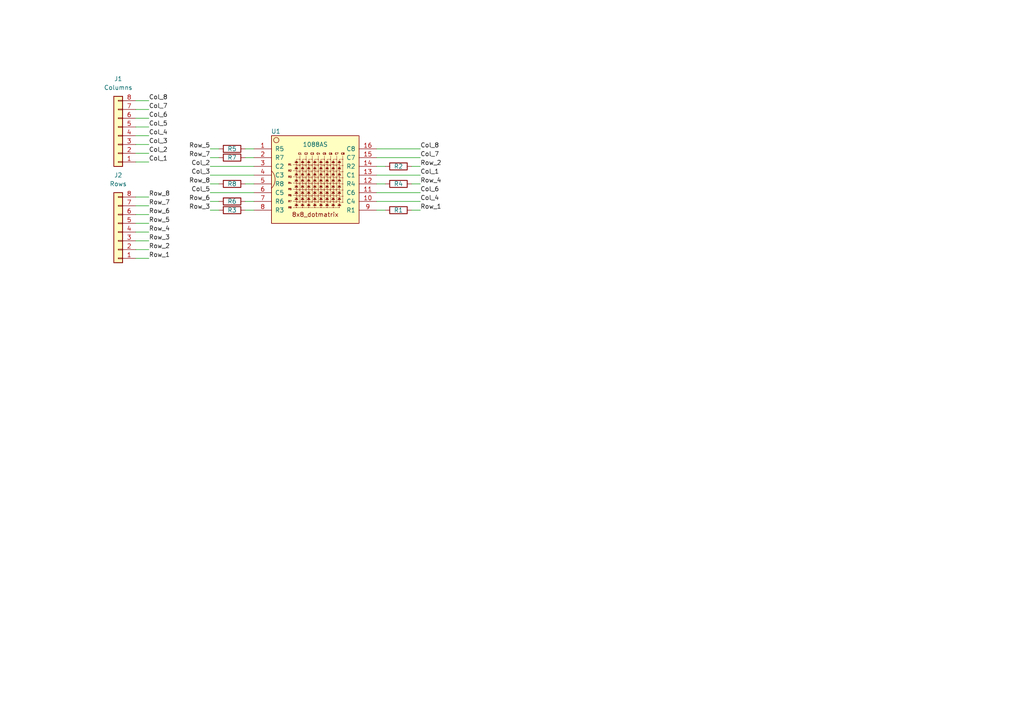
<source format=kicad_sch>
(kicad_sch (version 20230121) (generator eeschema)
  (paper "A4")
  (lib_symbols
    (symbol "Connector_Generic:Conn_01x08" (pin_names (offset 1.016) hide)
      (property "Reference" "J" (at 0 10.16 0))
      (property "Value" "Conn_01x08" (at 0 -12.7 0))
      (symbol "Conn_01x08_1_1"
        (rectangle (start -1.27 -10.033) (end 0 -10.287) (stroke (width 0.1524)))
        (rectangle (start -1.27 -7.493) (end 0 -7.747) (stroke (width 0.1524)))
        (rectangle (start -1.27 -4.953) (end 0 -5.207) (stroke (width 0.1524)))
        (rectangle (start -1.27 -2.413) (end 0 -2.667) (stroke (width 0.1524)))
        (rectangle (start -1.27 0.127) (end 0 -0.127) (stroke (width 0.1524)))
        (rectangle (start -1.27 2.667) (end 0 2.413) (stroke (width 0.1524)))
        (rectangle (start -1.27 5.207) (end 0 4.953) (stroke (width 0.1524)))
        (rectangle (start -1.27 7.747) (end 0 7.493) (stroke (width 0.1524)))
        (rectangle (start -1.27 8.89) (end 1.27 -11.43) (stroke (width 0.254)) (fill (type background)))
        (pin passive line (at -5.08 7.62 0) (length 3.81) (name "Pin_1") (number "1"))
        (pin passive line (at -5.08 5.08 0) (length 3.81) (name "Pin_2") (number "2"))
        (pin passive line (at -5.08 2.54 0) (length 3.81) (name "Pin_3") (number "3"))
        (pin passive line (at -5.08 0 0) (length 3.81) (name "Pin_4") (number "4"))
        (pin passive line (at -5.08 -2.54 0) (length 3.81) (name "Pin_5") (number "5"))
        (pin passive line (at -5.08 -5.08 0) (length 3.81) (name "Pin_6") (number "6"))
        (pin passive line (at -5.08 -7.62 0) (length 3.81) (name "Pin_7") (number "7"))
        (pin passive line (at -5.08 -10.16 0) (length 3.81) (name "Pin_8") (number "8"))
      )
    )
    (symbol "Device:R" (pin_numbers hide) (pin_names (offset 0))
      (property "Reference" "R" (at 2.032 0 90))
      (property "Value" "R" (at 0 0 90))
      (symbol "R_0_1"
        (rectangle (start -1.016 -2.54) (end 1.016 2.54) (stroke (width 0.254)))
      )
      (symbol "R_1_1"
        (pin passive line (at 0 3.81 270) (length 1.27) (name "~") (number "1"))
        (pin passive line (at 0 -3.81 90) (length 1.27) (name "~") (number "2"))
      )
    )
    (symbol "LED_1088as:1088AS" (pin_names (offset 1.016))
      (property "Reference" "U1" (at 0 17.78 0))
      (property "Value" "1088AS" (at 0 15.24 0))
      (symbol "1088AS_0_0"
        (rectangle (start 12.7 12.7) (end -12.7 -12.7) (stroke (width 0.2032)) (fill (type background)))
        (text "8x8_dotmatrix" (at 0 -10.16 0) (effects (font (size 1.27 1.27))))
      )
      (symbol "1088AS_0_1"
        (arc (start -12.7 -2.54) (mid -11.6479 0) (end -12.7 2.54))
        (circle (center -11.303 11.43) (radius 0.762))
      )
      (symbol "1088AS_1_1"
        (circle (center -5.461 -8.128) (radius 0.0762) (stroke (width 0.0508)) (fill (type outline)))
        (circle (center -5.461 -6.35) (radius 0.0762) (stroke (width 0.0508)) (fill (type outline)))
        (circle (center -5.461 -4.572) (radius 0.0762) (stroke (width 0.0508)) (fill (type outline)))
        (circle (center -5.461 -2.794) (radius 0.0762) (stroke (width 0.0508)) (fill (type outline)))
        (circle (center -5.461 -1.016) (radius 0.0762) (stroke (width 0.0508)) (fill (type outline)))
        (circle (center -5.461 0.762) (radius 0.0762) (stroke (width 0.0508)) (fill (type outline)))
        (circle (center -5.461 2.54) (radius 0.0762) (stroke (width 0.0508)) (fill (type outline)))
        (circle (center -5.461 4.318) (radius 0.0762) (stroke (width 0.0508)) (fill (type outline)))
        (circle (center -4.445 -6.604) (radius 0.0762) (stroke (width 0.0508)) (fill (type outline)))
        (circle (center -4.445 -4.826) (radius 0.0762) (stroke (width 0.0508)) (fill (type outline)))
        (circle (center -4.445 -3.048) (radius 0.0762) (stroke (width 0.0508)) (fill (type outline)))
        (circle (center -4.445 -1.27) (radius 0.0762) (stroke (width 0.0508)) (fill (type outline)))
        (circle (center -4.445 0.508) (radius 0.0762) (stroke (width 0.0508)) (fill (type outline)))
        (circle (center -4.445 2.286) (radius 0.0762) (stroke (width 0.0508)) (fill (type outline)))
        (circle (center -4.445 4.064) (radius 0.0762) (stroke (width 0.0508)) (fill (type outline)))
        (circle (center -4.445 5.842) (radius 0.0762) (stroke (width 0.0508)) (fill (type outline)))
        (circle (center -3.683 -8.128) (radius 0.0762) (stroke (width 0.0508)) (fill (type outline)))
        (circle (center -3.683 -6.35) (radius 0.0762) (stroke (width 0.0508)) (fill (type outline)))
        (circle (center -3.683 -4.572) (radius 0.0762) (stroke (width 0.0508)) (fill (type outline)))
        (circle (center -3.683 -2.794) (radius 0.0762) (stroke (width 0.0508)) (fill (type outline)))
        (circle (center -3.683 -1.016) (radius 0.0762) (stroke (width 0.0508)) (fill (type outline)))
        (circle (center -3.683 0.762) (radius 0.0762) (stroke (width 0.0508)) (fill (type outline)))
        (circle (center -3.683 2.54) (radius 0.0762) (stroke (width 0.0508)) (fill (type outline)))
        (circle (center -3.683 4.318) (radius 0.0762) (stroke (width 0.0508)) (fill (type outline)))
        (circle (center -2.667 -6.604) (radius 0.0762) (stroke (width 0.0508)) (fill (type outline)))
        (circle (center -2.667 -4.826) (radius 0.0762) (stroke (width 0.0508)) (fill (type outline)))
        (circle (center -2.667 -3.048) (radius 0.0762) (stroke (width 0.0508)) (fill (type outline)))
        (circle (center -2.667 -1.27) (radius 0.0762) (stroke (width 0.0508)) (fill (type outline)))
        (circle (center -2.667 0.508) (radius 0.0762) (stroke (width 0.0508)) (fill (type outline)))
        (circle (center -2.667 2.286) (radius 0.0762) (stroke (width 0.0508)) (fill (type outline)))
        (circle (center -2.667 4.064) (radius 0.0762) (stroke (width 0.0508)) (fill (type outline)))
        (circle (center -2.667 5.842) (radius 0.0762) (stroke (width 0.0508)) (fill (type outline)))
        (circle (center -1.905 -8.128) (radius 0.0762) (stroke (width 0.0508)) (fill (type outline)))
        (circle (center -1.905 -6.35) (radius 0.0762) (stroke (width 0.0508)) (fill (type outline)))
        (circle (center -1.905 -4.572) (radius 0.0762) (stroke (width 0.0508)) (fill (type outline)))
        (circle (center -1.905 -2.794) (radius 0.0762) (stroke (width 0.0508)) (fill (type outline)))
        (circle (center -1.905 -1.016) (radius 0.0762) (stroke (width 0.0508)) (fill (type outline)))
        (circle (center -1.905 0.762) (radius 0.0762) (stroke (width 0.0508)) (fill (type outline)))
        (circle (center -1.905 2.54) (radius 0.0762) (stroke (width 0.0508)) (fill (type outline)))
        (circle (center -1.905 4.318) (radius 0.0762) (stroke (width 0.0508)) (fill (type outline)))
        (circle (center -0.889 -6.604) (radius 0.0762) (stroke (width 0.0508)) (fill (type outline)))
        (circle (center -0.889 -4.826) (radius 0.0762) (stroke (width 0.0508)) (fill (type outline)))
        (circle (center -0.889 -3.048) (radius 0.0762) (stroke (width 0.0508)) (fill (type outline)))
        (circle (center -0.889 -1.27) (radius 0.0762) (stroke (width 0.0508)) (fill (type outline)))
        (circle (center -0.889 0.508) (radius 0.0762) (stroke (width 0.0508)) (fill (type outline)))
        (circle (center -0.889 2.286) (radius 0.0762) (stroke (width 0.0508)) (fill (type outline)))
        (circle (center -0.889 4.064) (radius 0.0762) (stroke (width 0.0508)) (fill (type outline)))
        (circle (center -0.889 5.842) (radius 0.0762) (stroke (width 0.0508)) (fill (type outline)))
        (circle (center -0.127 -8.128) (radius 0.0762) (stroke (width 0.0508)) (fill (type outline)))
        (circle (center -0.127 -6.35) (radius 0.0762) (stroke (width 0.0508)) (fill (type outline)))
        (circle (center -0.127 -4.572) (radius 0.0762) (stroke (width 0.0508)) (fill (type outline)))
        (circle (center -0.127 -2.794) (radius 0.0762) (stroke (width 0.0508)) (fill (type outline)))
        (circle (center -0.127 -1.016) (radius 0.0762) (stroke (width 0.0508)) (fill (type outline)))
        (circle (center -0.127 0.762) (radius 0.0762) (stroke (width 0.0508)) (fill (type outline)))
        (circle (center -0.127 2.54) (radius 0.0762) (stroke (width 0.0508)) (fill (type outline)))
        (circle (center -0.127 4.318) (radius 0.0762) (stroke (width 0.0508)) (fill (type outline)))
        (polyline (pts (xy -6.477 -4.572) (xy 6.985 -4.572)) (stroke (width 0.0508)))
        (polyline (pts (xy -5.461 -7.62) (xy -5.461 -8.128)) (stroke (width 0.0508)))
        (polyline (pts (xy -5.461 -7.112) (xy -5.461 -6.604)) (stroke (width 0.0508)))
        (polyline (pts (xy -5.461 -6.604) (xy -4.445 -6.604)) (stroke (width 0.0508)))
        (polyline (pts (xy -5.461 -5.842) (xy -5.461 -6.35)) (stroke (width 0.0508)))
        (polyline (pts (xy -5.461 -5.334) (xy -5.461 -4.826)) (stroke (width 0.0508)))
        (polyline (pts (xy -5.461 -4.826) (xy -4.445 -4.826)) (stroke (width 0.0508)))
        (polyline (pts (xy -5.461 -4.064) (xy -5.461 -4.572)) (stroke (width 0.0508)))
        (polyline (pts (xy -5.461 -3.556) (xy -5.461 -3.048)) (stroke (width 0.0508)))
        (polyline (pts (xy -5.461 -3.048) (xy -4.445 -3.048)) (stroke (width 0.0508)))
        (polyline (pts (xy -5.461 -2.286) (xy -5.461 -2.794)) (stroke (width 0.0508)))
        (polyline (pts (xy -5.461 -1.778) (xy -5.461 -1.27)) (stroke (width 0.0508)))
        (polyline (pts (xy -5.461 -1.27) (xy -4.445 -1.27)) (stroke (width 0.0508)))
        (polyline (pts (xy -5.461 -0.508) (xy -5.461 -1.016)) (stroke (width 0.0508)))
        (polyline (pts (xy -5.461 0) (xy -5.461 0.508)) (stroke (width 0.0508)))
        (polyline (pts (xy -5.461 0.508) (xy -4.445 0.508)) (stroke (width 0.0508)))
        (polyline (pts (xy -5.461 1.27) (xy -5.461 0.762)) (stroke (width 0.0508)))
        (polyline (pts (xy -5.461 1.778) (xy -5.461 2.286)) (stroke (width 0.0508)))
        (polyline (pts (xy -5.461 2.286) (xy -4.445 2.286)) (stroke (width 0.0508)))
        (polyline (pts (xy -5.461 3.048) (xy -5.461 2.54)) (stroke (width 0.0508)))
        (polyline (pts (xy -5.461 3.556) (xy -5.461 4.064)) (stroke (width 0.0508)))
        (polyline (pts (xy -5.461 4.064) (xy -4.445 4.064)) (stroke (width 0.0508)))
        (polyline (pts (xy -5.461 4.826) (xy -5.461 4.318)) (stroke (width 0.0508)))
        (polyline (pts (xy -5.461 5.334) (xy -5.461 5.842)) (stroke (width 0.0508)))
        (polyline (pts (xy -5.461 5.842) (xy -4.445 5.842)) (stroke (width 0.0508)))
        (polyline (pts (xy -4.953 -7.112) (xy -5.969 -7.112)) (stroke (width 0.0508)))
        (polyline (pts (xy -4.953 -5.334) (xy -5.969 -5.334)) (stroke (width 0.0508)))
        (polyline (pts (xy -4.953 -3.556) (xy -5.969 -3.556)) (stroke (width 0.0508)))
        (polyline (pts (xy -4.953 -1.778) (xy -5.969 -1.778)) (stroke (width 0.0508)))
        (polyline (pts (xy -4.953 0) (xy -5.969 0)) (stroke (width 0.0508)))
        (polyline (pts (xy -4.953 1.778) (xy -5.969 1.778)) (stroke (width 0.0508)))
        (polyline (pts (xy -4.953 3.556) (xy -5.969 3.556)) (stroke (width 0.0508)))
        (polyline (pts (xy -4.953 5.334) (xy -5.969 5.334)) (stroke (width 0.0508)))
        (polyline (pts (xy -4.445 6.858) (xy -4.445 -6.604)) (stroke (width 0.0508)))
        (polyline (pts (xy -3.683 -7.62) (xy -3.683 -8.128)) (stroke (width 0.0508)))
        (polyline (pts (xy -3.683 -7.112) (xy -3.683 -6.604)) (stroke (width 0.0508)))
        (polyline (pts (xy -3.683 -6.604) (xy -2.667 -6.604)) (stroke (width 0.0508)))
        (polyline (pts (xy -3.683 -5.842) (xy -3.683 -6.35)) (stroke (width 0.0508)))
        (polyline (pts (xy -3.683 -5.334) (xy -3.683 -4.826)) (stroke (width 0.0508)))
        (polyline (pts (xy -3.683 -4.826) (xy -2.667 -4.826)) (stroke (width 0.0508)))
        (polyline (pts (xy -3.683 -4.064) (xy -3.683 -4.572)) (stroke (width 0.0508)))
        (polyline (pts (xy -3.683 -3.556) (xy -3.683 -3.048)) (stroke (width 0.0508)))
        (polyline (pts (xy -3.683 -3.048) (xy -2.667 -3.048)) (stroke (width 0.0508)))
        (polyline (pts (xy -3.683 -2.286) (xy -3.683 -2.794)) (stroke (width 0.0508)))
        (polyline (pts (xy -3.683 -1.778) (xy -3.683 -1.27)) (stroke (width 0.0508)))
        (polyline (pts (xy -3.683 -1.27) (xy -2.667 -1.27)) (stroke (width 0.0508)))
        (polyline (pts (xy -3.683 -0.508) (xy -3.683 -1.016)) (stroke (width 0.0508)))
        (polyline (pts (xy -3.683 0) (xy -3.683 0.508)) (stroke (width 0.0508)))
        (polyline (pts (xy -3.683 0.508) (xy -2.667 0.508)) (stroke (width 0.0508)))
        (polyline (pts (xy -3.683 1.27) (xy -3.683 0.762)) (stroke (width 0.0508)))
        (polyline (pts (xy -3.683 1.778) (xy -3.683 2.286)) (stroke (width 0.0508)))
        (polyline (pts (xy -3.683 2.286) (xy -2.667 2.286)) (stroke (width 0.0508)))
        (polyline (pts (xy -3.683 3.048) (xy -3.683 2.54)) (stroke (width 0.0508)))
        (polyline (pts (xy -3.683 3.556) (xy -3.683 4.064)) (stroke (width 0.0508)))
        (polyline (pts (xy -3.683 4.064) (xy -2.667 4.064)) (stroke (width 0.0508)))
        (polyline (pts (xy -3.683 4.826) (xy -3.683 4.318)) (stroke (width 0.0508)))
        (polyline (pts (xy -3.683 5.334) (xy -3.683 5.842)) (stroke (width 0.0508)))
        (polyline (pts (xy -3.683 5.842) (xy -2.667 5.842)) (stroke (width 0.0508)))
        (polyline (pts (xy -3.175 -7.112) (xy -4.191 -7.112)) (stroke (width 0.0508)))
        (polyline (pts (xy -3.175 -5.334) (xy -4.191 -5.334)) (stroke (width 0.0508)))
        (polyline (pts (xy -3.175 -3.556) (xy -4.191 -3.556)) (stroke (width 0.0508)))
        (polyline (pts (xy -3.175 -1.778) (xy -4.191 -1.778)) (stroke (width 0.0508)))
        (polyline (pts (xy -3.175 0) (xy -4.191 0)) (stroke (width 0.0508)))
        (polyline (pts (xy -3.175 1.778) (xy -4.191 1.778)) (stroke (width 0.0508)))
        (polyline (pts (xy -3.175 3.556) (xy -4.191 3.556)) (stroke (width 0.0508)))
        (polyline (pts (xy -3.175 5.334) (xy -4.191 5.334)) (stroke (width 0.0508)))
        (polyline (pts (xy -2.667 6.858) (xy -2.667 -6.604)) (stroke (width 0.0508)))
        (polyline (pts (xy -1.905 -7.62) (xy -1.905 -8.128)) (stroke (width 0.0508)))
        (polyline (pts (xy -1.905 -7.112) (xy -1.905 -6.604)) (stroke (width 0.0508)))
        (polyline (pts (xy -1.905 -6.604) (xy -0.889 -6.604)) (stroke (width 0.0508)))
        (polyline (pts (xy -1.905 -5.842) (xy -1.905 -6.35)) (stroke (width 0.0508)))
        (polyline (pts (xy -1.905 -5.334) (xy -1.905 -4.826)) (stroke (width 0.0508)))
        (polyline (pts (xy -1.905 -4.826) (xy -0.889 -4.826)) (stroke (width 0.0508)))
        (polyline (pts (xy -1.905 -4.064) (xy -1.905 -4.572)) (stroke (width 0.0508)))
        (polyline (pts (xy -1.905 -3.556) (xy -1.905 -3.048)) (stroke (width 0.0508)))
        (polyline (pts (xy -1.905 -3.048) (xy -0.889 -3.048)) (stroke (width 0.0508)))
        (polyline (pts (xy -1.905 -2.286) (xy -1.905 -2.794)) (stroke (width 0.0508)))
        (polyline (pts (xy -1.905 -1.778) (xy -1.905 -1.27)) (stroke (width 0.0508)))
        (polyline (pts (xy -1.905 -1.27) (xy -0.889 -1.27)) (stroke (width 0.0508)))
        (polyline (pts (xy -1.905 -0.508) (xy -1.905 -1.016)) (stroke (width 0.0508)))
        (polyline (pts (xy -1.905 0) (xy -1.905 0.508)) (stroke (width 0.0508)))
        (polyline (pts (xy -1.905 0.508) (xy -0.889 0.508)) (stroke (width 0.0508)))
        (polyline (pts (xy -1.905 1.27) (xy -1.905 0.762)) (stroke (width 0.0508)))
        (polyline (pts (xy -1.905 1.778) (xy -1.905 2.286)) (stroke (width 0.0508)))
        (polyline (pts (xy -1.905 2.286) (xy -0.889 2.286)) (stroke (width 0.0508)))
        (polyline (pts (xy -1.905 3.048) (xy -1.905 2.54)) (stroke (width 0.0508)))
        (polyline (pts (xy -1.905 3.556) (xy -1.905 4.064)) (stroke (width 0.0508)))
        (polyline (pts (xy -1.905 4.064) (xy -0.889 4.064)) (stroke (width 0.0508)))
        (polyline (pts (xy -1.905 4.826) (xy -1.905 4.318)) (stroke (width 0.0508)))
        (polyline (pts (xy -1.905 5.334) (xy -1.905 5.842)) (stroke (width 0.0508)))
        (polyline (pts (xy -1.905 5.842) (xy -0.889 5.842)) (stroke (width 0.0508)))
        (polyline (pts (xy -1.397 -7.112) (xy -2.413 -7.112)) (stroke (width 0.0508)))
        (polyline (pts (xy -1.397 -5.334) (xy -2.413 -5.334)) (stroke (width 0.0508)))
        (polyline (pts (xy -1.397 -3.556) (xy -2.413 -3.556)) (stroke (width 0.0508)))
        (polyline (pts (xy -1.397 -1.778) (xy -2.413 -1.778)) (stroke (width 0.0508)))
        (polyline (pts (xy -1.397 0) (xy -2.413 0)) (stroke (width 0.0508)))
        (polyline (pts (xy -1.397 1.778) (xy -2.413 1.778)) (stroke (width 0.0508)))
        (polyline (pts (xy -1.397 3.556) (xy -2.413 3.556)) (stroke (width 0.0508)))
        (polyline (pts (xy -1.397 5.334) (xy -2.413 5.334)) (stroke (width 0.0508)))
        (polyline (pts (xy -0.889 6.858) (xy -0.889 -6.604)) (stroke (width 0.0508)))
        (polyline (pts (xy -0.127 -7.62) (xy -0.127 -8.128)) (stroke (width 0.0508)))
        (polyline (pts (xy -0.127 -7.112) (xy -0.127 -6.604)) (stroke (width 0.0508)))
        (polyline (pts (xy -0.127 -6.604) (xy 0.889 -6.604)) (stroke (width 0.0508)))
        (polyline (pts (xy -0.127 -5.842) (xy -0.127 -6.35)) (stroke (width 0.0508)))
        (polyline (pts (xy -0.127 -5.334) (xy -0.127 -4.826)) (stroke (width 0.0508)))
        (polyline (pts (xy -0.127 -4.826) (xy 0.889 -4.826)) (stroke (width 0.0508)))
        (polyline (pts (xy -0.127 -4.064) (xy -0.127 -4.572)) (stroke (width 0.0508)))
        (polyline (pts (xy -0.127 -3.556) (xy -0.127 -3.048)) (stroke (width 0.0508)))
        (polyline (pts (xy -0.127 -3.048) (xy 0.889 -3.048)) (stroke (width 0.0508)))
        (polyline (pts (xy -0.127 -2.286) (xy -0.127 -2.794)) (stroke (width 0.0508)))
        (polyline (pts (xy -0.127 -1.778) (xy -0.127 -1.27)) (stroke (width 0.0508)))
        (polyline (pts (xy -0.127 -1.27) (xy 0.889 -1.27)) (stroke (width 0.0508)))
        (polyline (pts (xy -0.127 -0.508) (xy -0.127 -1.016)) (stroke (width 0.0508)))
        (polyline (pts (xy -0.127 0) (xy -0.127 0.508)) (stroke (width 0.0508)))
        (polyline (pts (xy -0.127 0.508) (xy 0.889 0.508)) (stroke (width 0.0508)))
        (polyline (pts (xy -0.127 1.27) (xy -0.127 0.762)) (stroke (width 0.0508)))
        (polyline (pts (xy -0.127 1.778) (xy -0.127 2.286)) (stroke (width 0.0508)))
        (polyline (pts (xy -0.127 2.286) (xy 0.889 2.286)) (stroke (width 0.0508)))
        (polyline (pts (xy -0.127 3.048) (xy -0.127 2.54)) (stroke (width 0.0508)))
        (polyline (pts (xy -0.127 3.556) (xy -0.127 4.064)) (stroke (width 0.0508)))
        (polyline (pts (xy -0.127 4.064) (xy 0.889 4.064)) (stroke (width 0.0508)))
        (polyline (pts (xy -0.127 4.826) (xy -0.127 4.318)) (stroke (width 0.0508)))
        (polyline (pts (xy -0.127 5.334) (xy -0.127 5.842)) (stroke (width 0.0508)))
        (polyline (pts (xy -0.127 5.842) (xy 0.889 5.842)) (stroke (width 0.0508)))
        (polyline (pts (xy 0.381 -7.112) (xy -0.635 -7.112)) (stroke (width 0.0508)))
        (polyline (pts (xy 0.381 -5.334) (xy -0.635 -5.334)) (stroke (width 0.0508)))
        (polyline (pts (xy 0.381 -3.556) (xy -0.635 -3.556)) (stroke (width 0.0508)))
        (polyline (pts (xy 0.381 -1.778) (xy -0.635 -1.778)) (stroke (width 0.0508)))
        (polyline (pts (xy 0.381 0) (xy -0.635 0)) (stroke (width 0.0508)))
        (polyline (pts (xy 0.381 1.778) (xy -0.635 1.778)) (stroke (width 0.0508)))
        (polyline (pts (xy 0.381 3.556) (xy -0.635 3.556)) (stroke (width 0.0508)))
        (polyline (pts (xy 0.381 5.334) (xy -0.635 5.334)) (stroke (width 0.0508)))
        (polyline (pts (xy 0.889 6.858) (xy 0.889 -6.604)) (stroke (width 0.0508)))
        (polyline (pts (xy 1.651 -7.62) (xy 1.651 -8.128)) (stroke (width 0.0508)))
        (polyline (pts (xy 1.651 -7.112) (xy 1.651 -6.604)) (stroke (width 0.0508)))
        (polyline (pts (xy 1.651 -6.604) (xy 2.667 -6.604)) (stroke (width 0.0508)))
        (polyline (pts (xy 1.651 -5.842) (xy 1.651 -6.35)) (stroke (width 0.0508)))
        (polyline (pts (xy 1.651 -5.334) (xy 1.651 -4.826)) (stroke (width 0.0508)))
        (polyline (pts (xy 1.651 -4.826) (xy 2.667 -4.826)) (stroke (width 0.0508)))
        (polyline (pts (xy 1.651 -4.064) (xy 1.651 -4.572)) (stroke (width 0.0508)))
        (polyline (pts (xy 1.651 -3.556) (xy 1.651 -3.048)) (stroke (width 0.0508)))
        (polyline (pts (xy 1.651 -3.048) (xy 2.667 -3.048)) (stroke (width 0.0508)))
        (polyline (pts (xy 1.651 -2.286) (xy 1.651 -2.794)) (stroke (width 0.0508)))
        (polyline (pts (xy 1.651 -1.778) (xy 1.651 -1.27)) (stroke (width 0.0508)))
        (polyline (pts (xy 1.651 -1.27) (xy 2.667 -1.27)) (stroke (width 0.0508)))
        (polyline (pts (xy 1.651 -0.508) (xy 1.651 -1.016)) (stroke (width 0.0508)))
        (polyline (pts (xy 1.651 0) (xy 1.651 0.508)) (stroke (width 0.0508)))
        (polyline (pts (xy 1.651 0.508) (xy 2.667 0.508)) (stroke (width 0.0508)))
        (polyline (pts (xy 1.651 1.27) (xy 1.651 0.762)) (stroke (width 0.0508)))
        (polyline (pts (xy 1.651 1.778) (xy 1.651 2.286)) (stroke (width 0.0508)))
        (polyline (pts (xy 1.651 2.286) (xy 2.667 2.286)) (stroke (width 0.0508)))
        (polyline (pts (xy 1.651 3.048) (xy 1.651 2.54)) (stroke (width 0.0508)))
        (polyline (pts (xy 1.651 3.556) (xy 1.651 4.064)) (stroke (width 0.0508)))
        (polyline (pts (xy 1.651 4.064) (xy 2.667 4.064)) (stroke (width 0.0508)))
        (polyline (pts (xy 1.651 4.826) (xy 1.651 4.318)) (stroke (width 0.0508)))
        (polyline (pts (xy 1.651 5.334) (xy 1.651 5.842)) (stroke (width 0.0508)))
        (polyline (pts (xy 1.651 5.842) (xy 2.667 5.842)) (stroke (width 0.0508)))
        (polyline (pts (xy 2.159 -7.112) (xy 1.143 -7.112)) (stroke (width 0.0508)))
        (polyline (pts (xy 2.159 -5.334) (xy 1.143 -5.334)) (stroke (width 0.0508)))
        (polyline (pts (xy 2.159 -3.556) (xy 1.143 -3.556)) (stroke (width 0.0508)))
        (polyline (pts (xy 2.159 -1.778) (xy 1.143 -1.778)) (stroke (width 0.0508)))
        (polyline (pts (xy 2.159 0) (xy 1.143 0)) (stroke (width 0.0508)))
        (polyline (pts (xy 2.159 1.778) (xy 1.143 1.778)) (stroke (width 0.0508)))
        (polyline (pts (xy 2.159 3.556) (xy 1.143 3.556)) (stroke (width 0.0508)))
        (polyline (pts (xy 2.159 5.334) (xy 1.143 5.334)) (stroke (width 0.0508)))
        (polyline (pts (xy 2.667 6.858) (xy 2.667 -6.604)) (stroke (width 0.0508)))
        (polyline (pts (xy 3.429 -7.62) (xy 3.429 -8.128)) (stroke (width 0.0508)))
        (polyline (pts (xy 3.429 -7.112) (xy 3.429 -6.604)) (stroke (width 0.0508)))
        (polyline (pts (xy 3.429 -6.604) (xy 4.445 -6.604)) (stroke (width 0.0508)))
        (polyline (pts (xy 3.429 -5.842) (xy 3.429 -6.35)) (stroke (width 0.0508)))
        (polyline (pts (xy 3.429 -5.334) (xy 3.429 -4.826)) (stroke (width 0.0508)))
        (polyline (pts (xy 3.429 -4.826) (xy 4.445 -4.826)) (stroke (width 0.0508)))
        (polyline (pts (xy 3.429 -4.064) (xy 3.429 -4.572)) (stroke (width 0.0508)))
        (polyline (pts (xy 3.429 -3.556) (xy 3.429 -3.048)) (stroke (width 0.0508)))
        (polyline (pts (xy 3.429 -3.048) (xy 4.445 -3.048)) (stroke (width 0.0508)))
        (polyline (pts (xy 3.429 -2.286) (xy 3.429 -2.794)) (stroke (width 0.0508)))
        (polyline (pts (xy 3.429 -1.778) (xy 3.429 -1.27)) (stroke (width 0.0508)))
        (polyline (pts (xy 3.429 -1.27) (xy 4.445 -1.27)) (stroke (width 0.0508)))
        (polyline (pts (xy 3.429 -0.508) (xy 3.429 -1.016)) (stroke (width 0.0508)))
        (polyline (pts (xy 3.429 0) (xy 3.429 0.508)) (stroke (width 0.0508)))
        (polyline (pts (xy 3.429 0.508) (xy 4.445 0.508)) (stroke (width 0.0508)))
        (polyline (pts (xy 3.429 1.27) (xy 3.429 0.762)) (stroke (width 0.0508)))
        (polyline (pts (xy 3.429 1.778) (xy 3.429 2.286)) (stroke (width 0.0508)))
        (polyline (pts (xy 3.429 2.286) (xy 4.445 2.286)) (stroke (width 0.0508)))
        (polyline (pts (xy 3.429 3.048) (xy 3.429 2.54)) (stroke (width 0.0508)))
        (polyline (pts (xy 3.429 3.556) (xy 3.429 4.064)) (stroke (width 0.0508)))
        (polyline (pts (xy 3.429 4.064) (xy 4.445 4.064)) (stroke (width 0.0508)))
        (polyline (pts (xy 3.429 4.826) (xy 3.429 4.318)) (stroke (width 0.0508)))
        (polyline (pts (xy 3.429 5.334) (xy 3.429 5.842)) (stroke (width 0.0508)))
        (polyline (pts (xy 3.429 5.842) (xy 4.445 5.842)) (stroke (width 0.0508)))
        (polyline (pts (xy 3.937 -7.112) (xy 2.921 -7.112)) (stroke (width 0.0508)))
        (polyline (pts (xy 3.937 -5.334) (xy 2.921 -5.334)) (stroke (width 0.0508)))
        (polyline (pts (xy 3.937 -3.556) (xy 2.921 -3.556)) (stroke (width 0.0508)))
        (polyline (pts (xy 3.937 -1.778) (xy 2.921 -1.778)) (stroke (width 0.0508)))
        (polyline (pts (xy 3.937 0) (xy 2.921 0)) (stroke (width 0.0508)))
        (polyline (pts (xy 3.937 1.778) (xy 2.921 1.778)) (stroke (width 0.0508)))
        (polyline (pts (xy 3.937 3.556) (xy 2.921 3.556)) (stroke (width 0.0508)))
        (polyline (pts (xy 3.937 5.334) (xy 2.921 5.334)) (stroke (width 0.0508)))
        (polyline (pts (xy 4.445 6.858) (xy 4.445 -6.604)) (stroke (width 0.0508)))
        (polyline (pts (xy 5.207 -7.62) (xy 5.207 -8.128)) (stroke (width 0.0508)))
        (polyline (pts (xy 5.207 -7.112) (xy 5.207 -6.604)) (stroke (width 0.0508)))
        (polyline (pts (xy 5.207 -6.604) (xy 6.223 -6.604)) (stroke (width 0.0508)))
        (polyline (pts (xy 5.207 -5.842) (xy 5.207 -6.35)) (stroke (width 0.0508)))
        (polyline (pts (xy 5.207 -5.334) (xy 5.207 -4.826)) (stroke (width 0.0508)))
        (polyline (pts (xy 5.207 -4.826) (xy 6.223 -4.826)) (stroke (width 0.0508)))
        (polyline (pts (xy 5.207 -4.064) (xy 5.207 -4.572)) (stroke (width 0.0508)))
        (polyline (pts (xy 5.207 -3.556) (xy 5.207 -3.048)) (stroke (width 0.0508)))
        (polyline (pts (xy 5.207 -3.048) (xy 6.223 -3.048)) (stroke (width 0.0508)))
        (polyline (pts (xy 5.207 -2.286) (xy 5.207 -2.794)) (stroke (width 0.0508)))
        (polyline (pts (xy 5.207 -1.778) (xy 5.207 -1.27)) (stroke (width 0.0508)))
        (polyline (pts (xy 5.207 -1.27) (xy 6.223 -1.27)) (stroke (width 0.0508)))
        (polyline (pts (xy 5.207 -0.508) (xy 5.207 -1.016)) (stroke (width 0.0508)))
        (polyline (pts (xy 5.207 0) (xy 5.207 0.508)) (stroke (width 0.0508)))
        (polyline (pts (xy 5.207 0.508) (xy 6.223 0.508)) (stroke (width 0.0508)))
        (polyline (pts (xy 5.207 1.27) (xy 5.207 0.762)) (stroke (width 0.0508)))
        (polyline (pts (xy 5.207 1.778) (xy 5.207 2.286)) (stroke (width 0.0508)))
        (polyline (pts (xy 5.207 2.286) (xy 6.223 2.286)) (stroke (width 0.0508)))
        (polyline (pts (xy 5.207 3.048) (xy 5.207 2.54)) (stroke (width 0.0508)))
        (polyline (pts (xy 5.207 3.556) (xy 5.207 4.064)) (stroke (width 0.0508)))
        (polyline (pts (xy 5.207 4.064) (xy 6.223 4.064)) (stroke (width 0.0508)))
        (polyline (pts (xy 5.207 4.826) (xy 5.207 4.318)) (stroke (width 0.0508)))
        (polyline (pts (xy 5.207 5.334) (xy 5.207 5.842)) (stroke (width 0.0508)))
        (polyline (pts (xy 5.207 5.842) (xy 6.223 5.842)) (stroke (width 0.0508)))
        (polyline (pts (xy 5.715 -7.112) (xy 4.699 -7.112)) (stroke (width 0.0508)))
        (polyline (pts (xy 5.715 -5.334) (xy 4.699 -5.334)) (stroke (width 0.0508)))
        (polyline (pts (xy 5.715 -3.556) (xy 4.699 -3.556)) (stroke (width 0.0508)))
        (polyline (pts (xy 5.715 -1.778) (xy 4.699 -1.778)) (stroke (width 0.0508)))
        (polyline (pts (xy 5.715 0) (xy 4.699 0)) (stroke (width 0.0508)))
        (polyline (pts (xy 5.715 1.778) (xy 4.699 1.778)) (stroke (width 0.0508)))
        (polyline (pts (xy 5.715 3.556) (xy 4.699 3.556)) (stroke (width 0.0508)))
        (polyline (pts (xy 5.715 5.334) (xy 4.699 5.334)) (stroke (width 0.0508)))
        (polyline (pts (xy 6.223 6.858) (xy 6.223 -6.604)) (stroke (width 0.0508)))
        (polyline (pts (xy 6.731 -8.128) (xy -6.477 -8.128)) (stroke (width 0.0508)))
        (polyline (pts (xy 6.985 -8.128) (xy 6.731 -8.128)) (stroke (width 0.0508)))
        (polyline (pts (xy 6.985 -7.62) (xy 6.985 -8.128)) (stroke (width 0.0508)))
        (polyline (pts (xy 6.985 -7.112) (xy 6.985 -6.604)) (stroke (width 0.0508)))
        (polyline (pts (xy 6.985 -6.604) (xy 8.001 -6.604)) (stroke (width 0.0508)))
        (polyline (pts (xy 6.985 -6.35) (xy -6.477 -6.35)) (stroke (width 0.0508)))
        (polyline (pts (xy 6.985 -5.842) (xy 6.985 -6.35)) (stroke (width 0.0508)))
        (polyline (pts (xy 6.985 -5.334) (xy 6.985 -4.826)) (stroke (width 0.0508)))
        (polyline (pts (xy 6.985 -4.826) (xy 8.001 -4.826)) (stroke (width 0.0508)))
        (polyline (pts (xy 6.985 -4.064) (xy 6.985 -4.572)) (stroke (width 0.0508)))
        (polyline (pts (xy 6.985 -3.556) (xy 6.985 -3.048)) (stroke (width 0.0508)))
        (polyline (pts (xy 6.985 -3.048) (xy 8.001 -3.048)) (stroke (width 0.0508)))
        (polyline (pts (xy 6.985 -2.794) (xy -6.477 -2.794)) (stroke (width 0.0508)))
        (polyline (pts (xy 6.985 -2.286) (xy 6.985 -2.794)) (stroke (width 0.0508)))
        (polyline (pts (xy 6.985 -1.778) (xy 6.985 -1.27)) (stroke (width 0.0508)))
        (polyline (pts (xy 6.985 -1.27) (xy 8.001 -1.27)) (stroke (width 0.0508)))
        (polyline (pts (xy 6.985 -1.016) (xy -6.477 -1.016)) (stroke (width 0.0508)))
        (polyline (pts (xy 6.985 -0.508) (xy 6.985 -1.016)) (stroke (width 0.0508)))
        (polyline (pts (xy 6.985 0) (xy 6.985 0.508)) (stroke (width 0.0508)))
        (polyline (pts (xy 6.985 0.508) (xy 8.001 0.508)) (stroke (width 0.0508)))
        (polyline (pts (xy 6.985 0.762) (xy -6.477 0.762)) (stroke (width 0.0508)))
        (polyline (pts (xy 6.985 1.27) (xy 6.985 0.762)) (stroke (width 0.0508)))
        (polyline (pts (xy 6.985 1.778) (xy 6.985 2.286)) (stroke (width 0.0508)))
        (polyline (pts (xy 6.985 2.286) (xy 8.001 2.286)) (stroke (width 0.0508)))
        (polyline (pts (xy 6.985 2.54) (xy -6.477 2.54)) (stroke (width 0.0508)))
        (polyline (pts (xy 6.985 3.048) (xy 6.985 2.54)) (stroke (width 0.0508)))
        (polyline (pts (xy 6.985 3.556) (xy 6.985 4.064)) (stroke (width 0.0508)))
        (polyline (pts (xy 6.985 4.064) (xy 8.001 4.064)) (stroke (width 0.0508)))
        (polyline (pts (xy 6.985 4.318) (xy -6.477 4.318)) (stroke (width 0.0508)))
        (polyline (pts (xy 6.985 4.826) (xy 6.985 4.318)) (stroke (width 0.0508)))
        (polyline (pts (xy 6.985 5.334) (xy 6.985 5.842)) (stroke (width 0.0508)))
        (polyline (pts (xy 6.985 5.842) (xy 8.001 5.842)) (stroke (width 0.0508)))
        (polyline (pts (xy 7.493 -7.112) (xy 6.477 -7.112)) (stroke (width 0.0508)))
        (polyline (pts (xy 7.493 -5.334) (xy 6.477 -5.334)) (stroke (width 0.0508)))
        (polyline (pts (xy 7.493 -3.556) (xy 6.477 -3.556)) (stroke (width 0.0508)))
        (polyline (pts (xy 7.493 -1.778) (xy 6.477 -1.778)) (stroke (width 0.0508)))
        (polyline (pts (xy 7.493 0) (xy 6.477 0)) (stroke (width 0.0508)))
        (polyline (pts (xy 7.493 1.778) (xy 6.477 1.778)) (stroke (width 0.0508)))
        (polyline (pts (xy 7.493 3.556) (xy 6.477 3.556)) (stroke (width 0.0508)))
        (polyline (pts (xy 7.493 5.334) (xy 6.477 5.334)) (stroke (width 0.0508)))
        (polyline (pts (xy 8.001 6.858) (xy 8.001 -6.604)) (stroke (width 0.0508)))
        (polyline (pts (xy -4.953 -7.62) (xy -5.461 -7.112) (xy -5.969 -7.62) (xy -4.953 -7.62)) (stroke (width 0.0508)) (fill (type outline)))
        (polyline (pts (xy -4.953 -5.842) (xy -5.461 -5.334) (xy -5.969 -5.842) (xy -4.953 -5.842)) (stroke (width 0.0508)) (fill (type outline)))
        (polyline (pts (xy -4.953 -4.064) (xy -5.461 -3.556) (xy -5.969 -4.064) (xy -4.953 -4.064)) (stroke (width 0.0508)) (fill (type outline)))
        (polyline (pts (xy -4.953 -2.286) (xy -5.461 -1.778) (xy -5.969 -2.286) (xy -4.953 -2.286)) (stroke (width 0.0508)) (fill (type outline)))
        (polyline (pts (xy -4.953 -0.508) (xy -5.461 0) (xy -5.969 -0.508) (xy -4.953 -0.508)) (stroke (width 0.0508)) (fill (type outline)))
        (polyline (pts (xy -4.953 1.27) (xy -5.461 1.778) (xy -5.969 1.27) (xy -4.953 1.27)) (stroke (width 0.0508)) (fill (type outline)))
        (polyline (pts (xy -4.953 3.048) (xy -5.461 3.556) (xy -5.969 3.048) (xy -4.953 3.048)) (stroke (width 0.0508)) (fill (type outline)))
        (polyline (pts (xy -4.953 4.826) (xy -5.461 5.334) (xy -5.969 4.826) (xy -4.953 4.826)) (stroke (width 0.0508)) (fill (type outline)))
        (polyline (pts (xy -3.175 -7.62) (xy -3.683 -7.112) (xy -4.191 -7.62) (xy -3.175 -7.62)) (stroke (width 0.0508)) (fill (type outline)))
        (polyline (pts (xy -3.175 -5.842) (xy -3.683 -5.334) (xy -4.191 -5.842) (xy -3.175 -5.842)) (stroke (width 0.0508)) (fill (type outline)))
        (polyline (pts (xy -3.175 -4.064) (xy -3.683 -3.556) (xy -4.191 -4.064) (xy -3.175 -4.064)) (stroke (width 0.0508)) (fill (type outline)))
        (polyline (pts (xy -3.175 -2.286) (xy -3.683 -1.778) (xy -4.191 -2.286) (xy -3.175 -2.286)) (stroke (width 0.0508)) (fill (type outline)))
        (polyline (pts (xy -3.175 -0.508) (xy -3.683 0) (xy -4.191 -0.508) (xy -3.175 -0.508)) (stroke (width 0.0508)) (fill (type outline)))
        (polyline (pts (xy -3.175 1.27) (xy -3.683 1.778) (xy -4.191 1.27) (xy -3.175 1.27)) (stroke (width 0.0508)) (fill (type outline)))
        (polyline (pts (xy -3.175 3.048) (xy -3.683 3.556) (xy -4.191 3.048) (xy -3.175 3.048)) (stroke (width 0.0508)) (fill (type outline)))
        (polyline (pts (xy -3.175 4.826) (xy -3.683 5.334) (xy -4.191 4.826) (xy -3.175 4.826)) (stroke (width 0.0508)) (fill (type outline)))
        (polyline (pts (xy -1.397 -7.62) (xy -1.905 -7.112) (xy -2.413 -7.62) (xy -1.397 -7.62)) (stroke (width 0.0508)) (fill (type outline)))
        (polyline (pts (xy -1.397 -5.842) (xy -1.905 -5.334) (xy -2.413 -5.842) (xy -1.397 -5.842)) (stroke (width 0.0508)) (fill (type outline)))
        (polyline (pts (xy -1.397 -4.064) (xy -1.905 -3.556) (xy -2.413 -4.064) (xy -1.397 -4.064)) (stroke (width 0.0508)) (fill (type outline)))
        (polyline (pts (xy -1.397 -2.286) (xy -1.905 -1.778) (xy -2.413 -2.286) (xy -1.397 -2.286)) (stroke (width 0.0508)) (fill (type outline)))
        (polyline (pts (xy -1.397 -0.508) (xy -1.905 0) (xy -2.413 -0.508) (xy -1.397 -0.508)) (stroke (width 0.0508)) (fill (type outline)))
        (polyline (pts (xy -1.397 1.27) (xy -1.905 1.778) (xy -2.413 1.27) (xy -1.397 1.27)) (stroke (width 0.0508)) (fill (type outline)))
        (polyline (pts (xy -1.397 3.048) (xy -1.905 3.556) (xy -2.413 3.048) (xy -1.397 3.048)) (stroke (width 0.0508)) (fill (type outline)))
        (polyline (pts (xy -1.397 4.826) (xy -1.905 5.334) (xy -2.413 4.826) (xy -1.397 4.826)) (stroke (width 0.0508)) (fill (type outline)))
        (polyline (pts (xy 0.381 -7.62) (xy -0.127 -7.112) (xy -0.635 -7.62) (xy 0.381 -7.62)) (stroke (width 0.0508)) (fill (type outline)))
        (polyline (pts (xy 0.381 -5.842) (xy -0.127 -5.334) (xy -0.635 -5.842) (xy 0.381 -5.842)) (stroke (width 0.0508)) (fill (type outline)))
        (polyline (pts (xy 0.381 -4.064) (xy -0.127 -3.556) (xy -0.635 -4.064) (xy 0.381 -4.064)) (stroke (width 0.0508)) (fill (type outline)))
        (polyline (pts (xy 0.381 -2.286) (xy -0.127 -1.778) (xy -0.635 -2.286) (xy 0.381 -2.286)) (stroke (width 0.0508)) (fill (type outline)))
        (polyline (pts (xy 0.381 -0.508) (xy -0.127 0) (xy -0.635 -0.508) (xy 0.381 -0.508)) (stroke (width 0.0508)) (fill (type outline)))
        (polyline (pts (xy 0.381 1.27) (xy -0.127 1.778) (xy -0.635 1.27) (xy 0.381 1.27)) (stroke (width 0.0508)) (fill (type outline)))
        (polyline (pts (xy 0.381 3.048) (xy -0.127 3.556) (xy -0.635 3.048) (xy 0.381 3.048)) (stroke (width 0.0508)) (fill (type outline)))
        (polyline (pts (xy 0.381 4.826) (xy -0.127 5.334) (xy -0.635 4.826) (xy 0.381 4.826)) (stroke (width 0.0508)) (fill (type outline)))
        (polyline (pts (xy 2.159 -7.62) (xy 1.651 -7.112) (xy 1.143 -7.62) (xy 2.159 -7.62)) (stroke (width 0.0508)) (fill (type outline)))
        (polyline (pts (xy 2.159 -5.842) (xy 1.651 -5.334) (xy 1.143 -5.842) (xy 2.159 -5.842)) (stroke (width 0.0508)) (fill (type outline)))
        (polyline (pts (xy 2.159 -4.064) (xy 1.651 -3.556) (xy 1.143 -4.064) (xy 2.159 -4.064)) (stroke (width 0.0508)) (fill (type outline)))
        (polyline (pts (xy 2.159 -2.286) (xy 1.651 -1.778) (xy 1.143 -2.286) (xy 2.159 -2.286)) (stroke (width 0.0508)) (fill (type outline)))
        (polyline (pts (xy 2.159 -0.508) (xy 1.651 0) (xy 1.143 -0.508) (xy 2.159 -0.508)) (stroke (width 0.0508)) (fill (type outline)))
        (polyline (pts (xy 2.159 1.27) (xy 1.651 1.778) (xy 1.143 1.27) (xy 2.159 1.27)) (stroke (width 0.0508)) (fill (type outline)))
        (polyline (pts (xy 2.159 3.048) (xy 1.651 3.556) (xy 1.143 3.048) (xy 2.159 3.048)) (stroke (width 0.0508)) (fill (type outline)))
        (polyline (pts (xy 2.159 4.826) (xy 1.651 5.334) (xy 1.143 4.826) (xy 2.159 4.826)) (stroke (width 0.0508)) (fill (type outline)))
        (polyline (pts (xy 3.937 -7.62) (xy 3.429 -7.112) (xy 2.921 -7.62) (xy 3.937 -7.62)) (stroke (width 0.0508)) (fill (type outline)))
        (polyline (pts (xy 3.937 -5.842) (xy 3.429 -5.334) (xy 2.921 -5.842) (xy 3.937 -5.842)) (stroke (width 0.0508)) (fill (type outline)))
        (polyline (pts (xy 3.937 -4.064) (xy 3.429 -3.556) (xy 2.921 -4.064) (xy 3.937 -4.064)) (stroke (width 0.0508)) (fill (type outline)))
        (polyline (pts (xy 3.937 -2.286) (xy 3.429 -1.778) (xy 2.921 -2.286) (xy 3.937 -2.286)) (stroke (width 0.0508)) (fill (type outline)))
        (polyline (pts (xy 3.937 -0.508) (xy 3.429 0) (xy 2.921 -0.508) (xy 3.937 -0.508)) (stroke (width 0.0508)) (fill (type outline)))
        (polyline (pts (xy 3.937 1.27) (xy 3.429 1.778) (xy 2.921 1.27) (xy 3.937 1.27)) (stroke (width 0.0508)) (fill (type outline)))
        (polyline (pts (xy 3.937 3.048) (xy 3.429 3.556) (xy 2.921 3.048) (xy 3.937 3.048)) (stroke (width 0.0508)) (fill (type outline)))
        (polyline (pts (xy 3.937 4.826) (xy 3.429 5.334) (xy 2.921 4.826) (xy 3.937 4.826)) (stroke (width 0.0508)) (fill (type outline)))
        (polyline (pts (xy 5.715 -7.62) (xy 5.207 -7.112) (xy 4.699 -7.62) (xy 5.715 -7.62)) (stroke (width 0.0508)) (fill (type outline)))
        (polyline (pts (xy 5.715 -5.842) (xy 5.207 -5.334) (xy 4.699 -5.842) (xy 5.715 -5.842)) (stroke (width 0.0508)) (fill (type outline)))
        (polyline (pts (xy 5.715 -4.064) (xy 5.207 -3.556) (xy 4.699 -4.064) (xy 5.715 -4.064)) (stroke (width 0.0508)) (fill (type outline)))
        (polyline (pts (xy 5.715 -2.286) (xy 5.207 -1.778) (xy 4.699 -2.286) (xy 5.715 -2.286)) (stroke (width 0.0508)) (fill (type outline)))
        (polyline (pts (xy 5.715 -0.508) (xy 5.207 0) (xy 4.699 -0.508) (xy 5.715 -0.508)) (stroke (width 0.0508)) (fill (type outline)))
        (polyline (pts (xy 5.715 1.27) (xy 5.207 1.778) (xy 4.699 1.27) (xy 5.715 1.27)) (stroke (width 0.0508)) (fill (type outline)))
        (polyline (pts (xy 5.715 3.048) (xy 5.207 3.556) (xy 4.699 3.048) (xy 5.715 3.048)) (stroke (width 0.0508)) (fill (type outline)))
        (polyline (pts (xy 5.715 4.826) (xy 5.207 5.334) (xy 4.699 4.826) (xy 5.715 4.826)) (stroke (width 0.0508)) (fill (type outline)))
        (polyline (pts (xy 7.493 -7.62) (xy 6.985 -7.112) (xy 6.477 -7.62) (xy 7.493 -7.62)) (stroke (width 0.0508)) (fill (type outline)))
        (polyline (pts (xy 7.493 -5.842) (xy 6.985 -5.334) (xy 6.477 -5.842) (xy 7.493 -5.842)) (stroke (width 0.0508)) (fill (type outline)))
        (polyline (pts (xy 7.493 -4.064) (xy 6.985 -3.556) (xy 6.477 -4.064) (xy 7.493 -4.064)) (stroke (width 0.0508)) (fill (type outline)))
        (polyline (pts (xy 7.493 -2.286) (xy 6.985 -1.778) (xy 6.477 -2.286) (xy 7.493 -2.286)) (stroke (width 0.0508)) (fill (type outline)))
        (polyline (pts (xy 7.493 -0.508) (xy 6.985 0) (xy 6.477 -0.508) (xy 7.493 -0.508)) (stroke (width 0.0508)) (fill (type outline)))
        (polyline (pts (xy 7.493 1.27) (xy 6.985 1.778) (xy 6.477 1.27) (xy 7.493 1.27)) (stroke (width 0.0508)) (fill (type outline)))
        (polyline (pts (xy 7.493 3.048) (xy 6.985 3.556) (xy 6.477 3.048) (xy 7.493 3.048)) (stroke (width 0.0508)) (fill (type outline)))
        (polyline (pts (xy 7.493 4.826) (xy 6.985 5.334) (xy 6.477 4.826) (xy 7.493 4.826)) (stroke (width 0.0508)) (fill (type outline)))
        (circle (center 0.889 -6.604) (radius 0.0762) (stroke (width 0.0508)) (fill (type outline)))
        (circle (center 0.889 -4.826) (radius 0.0762) (stroke (width 0.0508)) (fill (type outline)))
        (circle (center 0.889 -3.048) (radius 0.0762) (stroke (width 0.0508)) (fill (type outline)))
        (circle (center 0.889 -1.27) (radius 0.0762) (stroke (width 0.0508)) (fill (type outline)))
        (circle (center 0.889 0.508) (radius 0.0762) (stroke (width 0.0508)) (fill (type outline)))
        (circle (center 0.889 2.286) (radius 0.0762) (stroke (width 0.0508)) (fill (type outline)))
        (circle (center 0.889 4.064) (radius 0.0762) (stroke (width 0.0508)) (fill (type outline)))
        (circle (center 0.889 5.842) (radius 0.0762) (stroke (width 0.0508)) (fill (type outline)))
        (circle (center 1.651 -8.128) (radius 0.0762) (stroke (width 0.0508)) (fill (type outline)))
        (circle (center 1.651 -6.35) (radius 0.0762) (stroke (width 0.0508)) (fill (type outline)))
        (circle (center 1.651 -4.572) (radius 0.0762) (stroke (width 0.0508)) (fill (type outline)))
        (circle (center 1.651 -2.794) (radius 0.0762) (stroke (width 0.0508)) (fill (type outline)))
        (circle (center 1.651 -1.016) (radius 0.0762) (stroke (width 0.0508)) (fill (type outline)))
        (circle (center 1.651 0.762) (radius 0.0762) (stroke (width 0.0508)) (fill (type outline)))
        (circle (center 1.651 2.54) (radius 0.0762) (stroke (width 0.0508)) (fill (type outline)))
        (circle (center 1.651 4.318) (radius 0.0762) (stroke (width 0.0508)) (fill (type outline)))
        (circle (center 2.667 -6.604) (radius 0.0762) (stroke (width 0.0508)) (fill (type outline)))
        (circle (center 2.667 -4.826) (radius 0.0762) (stroke (width 0.0508)) (fill (type outline)))
        (circle (center 2.667 -3.048) (radius 0.0762) (stroke (width 0.0508)) (fill (type outline)))
        (circle (center 2.667 -1.27) (radius 0.0762) (stroke (width 0.0508)) (fill (type outline)))
        (circle (center 2.667 0.508) (radius 0.0762) (stroke (width 0.0508)) (fill (type outline)))
        (circle (center 2.667 2.286) (radius 0.0762) (stroke (width 0.0508)) (fill (type outline)))
        (circle (center 2.667 4.064) (radius 0.0762) (stroke (width 0.0508)) (fill (type outline)))
        (circle (center 2.667 5.842) (radius 0.0762) (stroke (width 0.0508)) (fill (type outline)))
        (circle (center 3.429 -8.128) (radius 0.0762) (stroke (width 0.0508)) (fill (type outline)))
        (circle (center 3.429 -6.35) (radius 0.0762) (stroke (width 0.0508)) (fill (type outline)))
        (circle (center 3.429 -4.572) (radius 0.0762) (stroke (width 0.0508)) (fill (type outline)))
        (circle (center 3.429 -2.794) (radius 0.0762) (stroke (width 0.0508)) (fill (type outline)))
        (circle (center 3.429 -1.016) (radius 0.0762) (stroke (width 0.0508)) (fill (type outline)))
        (circle (center 3.429 0.762) (radius 0.0762) (stroke (width 0.0508)) (fill (type outline)))
        (circle (center 3.429 2.54) (radius 0.0762) (stroke (width 0.0508)) (fill (type outline)))
        (circle (center 3.429 4.318) (radius 0.0762) (stroke (width 0.0508)) (fill (type outline)))
        (circle (center 4.445 -6.604) (radius 0.0762) (stroke (width 0.0508)) (fill (type outline)))
        (circle (center 4.445 -4.826) (radius 0.0762) (stroke (width 0.0508)) (fill (type outline)))
        (circle (center 4.445 -3.048) (radius 0.0762) (stroke (width 0.0508)) (fill (type outline)))
        (circle (center 4.445 -1.27) (radius 0.0762) (stroke (width 0.0508)) (fill (type outline)))
        (circle (center 4.445 0.508) (radius 0.0762) (stroke (width 0.0508)) (fill (type outline)))
        (circle (center 4.445 2.286) (radius 0.0762) (stroke (width 0.0508)) (fill (type outline)))
        (circle (center 4.445 4.064) (radius 0.0762) (stroke (width 0.0508)) (fill (type outline)))
        (circle (center 4.445 5.842) (radius 0.0762) (stroke (width 0.0508)) (fill (type outline)))
        (circle (center 5.207 -8.128) (radius 0.0762) (stroke (width 0.0508)) (fill (type outline)))
        (circle (center 5.207 -6.35) (radius 0.0762) (stroke (width 0.0508)) (fill (type outline)))
        (circle (center 5.207 -4.572) (radius 0.0762) (stroke (width 0.0508)) (fill (type outline)))
        (circle (center 5.207 -2.794) (radius 0.0762) (stroke (width 0.0508)) (fill (type outline)))
        (circle (center 5.207 -1.016) (radius 0.0762) (stroke (width 0.0508)) (fill (type outline)))
        (circle (center 5.207 0.762) (radius 0.0762) (stroke (width 0.0508)) (fill (type outline)))
        (circle (center 5.207 2.54) (radius 0.0762) (stroke (width 0.0508)) (fill (type outline)))
        (circle (center 5.207 4.318) (radius 0.0762) (stroke (width 0.0508)) (fill (type outline)))
        (circle (center 6.223 -6.604) (radius 0.0762) (stroke (width 0.0508)) (fill (type outline)))
        (circle (center 6.223 -4.826) (radius 0.0762) (stroke (width 0.0508)) (fill (type outline)))
        (circle (center 6.223 -3.048) (radius 0.0762) (stroke (width 0.0508)) (fill (type outline)))
        (circle (center 6.223 -1.27) (radius 0.0762) (stroke (width 0.0508)) (fill (type outline)))
        (circle (center 6.223 0.508) (radius 0.0762) (stroke (width 0.0508)) (fill (type outline)))
        (circle (center 6.223 2.286) (radius 0.0762) (stroke (width 0.0508)) (fill (type outline)))
        (circle (center 6.223 4.064) (radius 0.0762) (stroke (width 0.0508)) (fill (type outline)))
        (circle (center 6.223 5.842) (radius 0.0762) (stroke (width 0.0508)) (fill (type outline)))
        (circle (center 6.985 -8.128) (radius 0.0762) (stroke (width 0.0508)) (fill (type outline)))
        (circle (center 6.985 -6.35) (radius 0.0762) (stroke (width 0.0508)) (fill (type outline)))
        (circle (center 6.985 -4.572) (radius 0.0762) (stroke (width 0.0508)) (fill (type outline)))
        (circle (center 6.985 -2.794) (radius 0.0762) (stroke (width 0.0508)) (fill (type outline)))
        (circle (center 6.985 -1.016) (radius 0.0762) (stroke (width 0.0508)) (fill (type outline)))
        (circle (center 6.985 0.762) (radius 0.0762) (stroke (width 0.0508)) (fill (type outline)))
        (circle (center 6.985 2.54) (radius 0.0762) (stroke (width 0.0508)) (fill (type outline)))
        (circle (center 6.985 4.318) (radius 0.0762) (stroke (width 0.0508)) (fill (type outline)))
        (circle (center 8.001 -6.604) (radius 0.0762) (stroke (width 0.0508)) (fill (type outline)))
        (circle (center 8.001 -4.826) (radius 0.0762) (stroke (width 0.0508)) (fill (type outline)))
        (circle (center 8.001 -3.048) (radius 0.0762) (stroke (width 0.0508)) (fill (type outline)))
        (circle (center 8.001 -1.27) (radius 0.0762) (stroke (width 0.0508)) (fill (type outline)))
        (circle (center 8.001 0.508) (radius 0.0762) (stroke (width 0.0508)) (fill (type outline)))
        (circle (center 8.001 2.286) (radius 0.0762) (stroke (width 0.0508)) (fill (type outline)))
        (circle (center 8.001 4.064) (radius 0.0762) (stroke (width 0.0508)) (fill (type outline)))
        (circle (center 8.001 5.842) (radius 0.0762) (stroke (width 0.0508)) (fill (type outline)))
        (text "C1" (at -4.445 7.493 0) (effects (font (size 0.508 0.508))))
        (text "C2" (at -2.667 7.493 0) (effects (font (size 0.508 0.508))))
        (text "C3" (at -0.889 7.493 0) (effects (font (size 0.508 0.508))))
        (text "C4" (at 0.889 7.493 0) (effects (font (size 0.508 0.508))))
        (text "C5" (at 2.667 7.493 0) (effects (font (size 0.508 0.508))))
        (text "C6" (at 4.445 7.493 0) (effects (font (size 0.508 0.508))))
        (text "C7" (at 6.223 7.493 0) (effects (font (size 0.508 0.508))))
        (text "C8" (at 8.001 7.493 0) (effects (font (size 0.508 0.508))))
        (text "R1" (at -7.366 4.318 0) (effects (font (size 0.508 0.508))))
        (text "R2" (at -7.366 2.54 0) (effects (font (size 0.508 0.508))))
        (text "R3" (at -7.366 0.762 0) (effects (font (size 0.508 0.508))))
        (text "R4" (at -7.366 -1.016 0) (effects (font (size 0.508 0.508))))
        (text "R5" (at -7.366 -2.794 0) (effects (font (size 0.508 0.508))))
        (text "R6" (at -7.366 -4.572 0) (effects (font (size 0.508 0.508))))
        (text "R7" (at -7.366 -6.35 0) (effects (font (size 0.508 0.508))))
        (text "R8" (at -7.366 -8.128 0) (effects (font (size 0.508 0.508))))
        (pin input line (at -17.78 8.89 0) (length 5.08) (name "R5") (number "1"))
        (pin input line (at 17.78 -6.35 180) (length 5.08) (name "C4") (number "10"))
        (pin input line (at 17.78 -3.81 180) (length 5.08) (name "C6") (number "11"))
        (pin input line (at 17.78 -1.27 180) (length 5.08) (name "R4") (number "12"))
        (pin input line (at 17.78 1.27 180) (length 5.08) (name "C1") (number "13"))
        (pin input line (at 17.78 3.81 180) (length 5.08) (name "R2") (number "14"))
        (pin input line (at 17.78 6.35 180) (length 5.08) (name "C7") (number "15"))
        (pin input line (at 17.78 8.89 180) (length 5.08) (name "C8") (number "16"))
        (pin input line (at -17.78 6.35 0) (length 5.08) (name "R7") (number "2"))
        (pin input line (at -17.78 3.81 0) (length 5.08) (name "C2") (number "3"))
        (pin input line (at -17.78 1.27 0) (length 5.08) (name "C3") (number "4"))
        (pin input line (at -17.78 -1.27 0) (length 5.08) (name "R8") (number "5"))
        (pin input line (at -17.78 -3.81 0) (length 5.08) (name "C5") (number "6"))
        (pin input line (at -17.78 -6.35 0) (length 5.08) (name "R6") (number "7"))
        (pin input line (at -17.78 -8.89 0) (length 5.08) (name "R3") (number "8"))
        (pin input line (at 17.78 -8.89 180) (length 5.08) (name "R1") (number "9"))
      )
    )
  )
  (wire (pts (xy 39.37 41.91) (xy 43.18 41.91)))
  (wire (pts (xy 39.37 59.69) (xy 43.18 59.69)))
  (wire (pts (xy 60.96 43.18) (xy 63.5 43.18)))
  (wire (pts (xy 71.12 45.72) (xy 73.66 45.72)))
  (wire (pts (xy 39.37 74.93) (xy 43.18 74.93)))
  (wire (pts (xy 71.12 58.42) (xy 73.66 58.42)))
  (wire (pts (xy 39.37 44.45) (xy 43.18 44.45)))
  (wire (pts (xy 109.22 45.72) (xy 121.92 45.72)))
  (wire (pts (xy 60.96 60.96) (xy 63.5 60.96)))
  (wire (pts (xy 60.96 58.42) (xy 63.5 58.42)))
  (wire (pts (xy 39.37 34.29) (xy 43.18 34.29)))
  (wire (pts (xy 109.22 58.42) (xy 121.92 58.42)))
  (wire (pts (xy 39.37 36.83) (xy 43.18 36.83)))
  (wire (pts (xy 71.12 53.34) (xy 73.66 53.34)))
  (wire (pts (xy 119.38 60.96) (xy 121.92 60.96)))
  (wire (pts (xy 60.96 53.34) (xy 63.5 53.34)))
  (wire (pts (xy 39.37 31.75) (xy 43.18 31.75)))
  (wire (pts (xy 60.96 45.72) (xy 63.5 45.72)))
  (wire (pts (xy 109.22 50.8) (xy 121.92 50.8)))
  (wire (pts (xy 109.22 53.34) (xy 111.76 53.34)))
  (wire (pts (xy 39.37 62.23) (xy 43.18 62.23)))
  (wire (pts (xy 71.12 60.96) (xy 73.66 60.96)))
  (wire (pts (xy 71.12 43.18) (xy 73.66 43.18)))
  (wire (pts (xy 39.37 29.21) (xy 43.18 29.21)))
  (wire (pts (xy 60.96 48.26) (xy 73.66 48.26)))
  (wire (pts (xy 119.38 48.26) (xy 121.92 48.26)))
  (wire (pts (xy 60.96 55.88) (xy 73.66 55.88)))
  (wire (pts (xy 39.37 57.15) (xy 43.18 57.15)))
  (wire (pts (xy 109.22 43.18) (xy 121.92 43.18)))
  (wire (pts (xy 39.37 39.37) (xy 43.18 39.37)))
  (wire (pts (xy 109.22 48.26) (xy 111.76 48.26)))
  (wire (pts (xy 39.37 46.99) (xy 43.18 46.99)))
  (wire (pts (xy 119.38 53.34) (xy 121.92 53.34)))
  (wire (pts (xy 60.96 50.8) (xy 73.66 50.8)))
  (wire (pts (xy 109.22 60.96) (xy 111.76 60.96)))
  (wire (pts (xy 39.37 64.77) (xy 43.18 64.77)))
  (wire (pts (xy 39.37 67.31) (xy 43.18 67.31)))
  (wire (pts (xy 39.37 69.85) (xy 43.18 69.85)))
  (wire (pts (xy 109.22 55.88) (xy 121.92 55.88)))
  (wire (pts (xy 39.37 72.39) (xy 43.18 72.39)))
  (label "Row_5" (at 60.96 43.18 180))
  (label "Row_6" (at 43.18 62.23 0))
  (label "Row_8" (at 43.18 57.15 0))
  (label "Col_8" (at 121.92 43.18 0))
  (label "Col_1" (at 43.18 46.99 0))
  (label "Col_2" (at 60.96 48.26 180))
  (label "Row_4" (at 121.92 53.34 0))
  (label "Col_1" (at 121.92 50.8 0))
  (label "Col_4" (at 121.92 58.42 0))
  (label "Row_1" (at 121.92 60.96 0))
  (label "Col_5" (at 60.96 55.88 180))
  (label "Row_6" (at 60.96 58.42 180))
  (label "Col_6" (at 43.18 34.29 0))
  (label "Row_8" (at 60.96 53.34 180))
  (label "Col_3" (at 43.18 41.91 0))
  (label "Col_3" (at 60.96 50.8 180))
  (label "Row_2" (at 43.18 72.39 0))
  (label "Row_7" (at 60.96 45.72 180))
  (label "Col_5" (at 43.18 36.83 0))
  (label "Row_5" (at 43.18 64.77 0))
  (label "Row_2" (at 121.92 48.26 0))
  (label "Row_3" (at 43.18 69.85 0))
  (label "Col_7" (at 121.92 45.72 0))
  (label "Col_8" (at 43.18 29.21 0))
  (label "Row_4" (at 43.18 67.31 0))
  (label "Col_4" (at 43.18 39.37 0))
  (label "Row_7" (at 43.18 59.69 0))
  (label "Row_1" (at 43.18 74.93 0))
  (label "Row_3" (at 60.96 60.96 180))
  (label "Col_6" (at 121.92 55.88 0))
  (label "Col_7" (at 43.18 31.75 0))
  (label "Col_2" (at 43.18 44.45 0))
  (symbol (lib_id "Device:R") (at 67.31 53.34 90) (unit 1)
    (property "Reference" "R8" (at 67.31 53.34 90))
    (property "Value" "R" (effects hide))
    (property "Footprint" "Resistor_THT:R_Axial_DIN0204_L3.6mm_D1.6mm_P7.62mm_Horizontal" (effects hide))
  )
  (symbol (lib_id "Device:R") (at 115.57 60.96 90) (unit 1)
    (property "Reference" "R1" (at 115.57 60.96 90))
    (property "Value" "R" (effects hide))
    (property "Footprint" "Resistor_THT:R_Axial_DIN0204_L3.6mm_D1.6mm_P7.62mm_Horizontal" (effects hide))
  )
  (symbol (lib_id "Device:R") (at 115.57 48.26 90) (unit 1)
    (property "Reference" "R2" (at 115.57 48.26 90))
    (property "Value" "R" (effects hide))
    (property "Footprint" "Resistor_THT:R_Axial_DIN0204_L3.6mm_D1.6mm_P7.62mm_Horizontal" (effects hide))
  )
  (symbol (lib_id "Device:R") (at 115.57 53.34 90) (unit 1)
    (property "Reference" "R4" (at 115.57 53.34 90))
    (property "Value" "R" (effects hide))
    (property "Footprint" "Resistor_THT:R_Axial_DIN0204_L3.6mm_D1.6mm_P7.62mm_Horizontal" (effects hide))
  )
  (symbol (lib_id "Device:R") (at 67.31 58.42 90) (unit 1)
    (property "Reference" "R6" (at 67.31 58.42 90))
    (property "Value" "R" (effects hide))
    (property "Footprint" "Resistor_THT:R_Axial_DIN0204_L3.6mm_D1.6mm_P7.62mm_Horizontal" (effects hide))
  )
  (symbol (lib_id "Device:R") (at 67.31 45.72 90) (unit 1)
    (property "Reference" "R7" (at 67.31 45.72 90))
    (property "Value" "R" (effects hide))
    (property "Footprint" "Resistor_THT:R_Axial_DIN0204_L3.6mm_D1.6mm_P7.62mm_Horizontal" (effects hide))
  )
  (symbol (lib_id "LED_1088as:1088AS") (at 91.44 52.07 0) (unit 1)
    (property "Reference" "U1" (at 80.01 38.1 0))
    (property "Value" "1088AS" (at 91.44 41.91 0))
    (property "Footprint" "Library:Led_1088AS_8x8_P2.54mm" (effects hide))
  )
  (symbol (lib_id "Connector_Generic:Conn_01x08") (at 34.29 67.31 180) (unit 1)
    (property "Reference" "J2" (at 34.29 50.8 0))
    (property "Value" "Rows" (at 34.29 53.34 0))
    (property "Footprint" "Connector_PinHeader_2.54mm:PinHeader_1x08_P2.54mm_Horizontal" (effects hide))
  )
  (symbol (lib_id "Device:R") (at 67.31 60.96 90) (unit 1)
    (property "Reference" "R3" (at 67.31 60.96 90))
    (property "Value" "R" (effects hide))
    (property "Footprint" "Resistor_THT:R_Axial_DIN0204_L3.6mm_D1.6mm_P7.62mm_Horizontal" (effects hide))
  )
  (symbol (lib_id "Connector_Generic:Conn_01x08") (at 34.29 39.37 180) (unit 1)
    (property "Reference" "J1" (at 34.29 22.86 0))
    (property "Value" "Columns" (at 34.29 25.4 0))
    (property "Footprint" "Connector_PinHeader_2.54mm:PinHeader_1x08_P2.54mm_Horizontal" (effects hide))
  )
  (symbol (lib_id "Device:R") (at 67.31 43.18 270) (unit 1)
    (property "Reference" "R5" (at 67.31 43.18 90))
    (property "Value" "R" (effects hide))
    (property "Footprint" "Resistor_THT:R_Axial_DIN0204_L3.6mm_D1.6mm_P7.62mm_Horizontal" (effects hide))
  )
)
</source>
